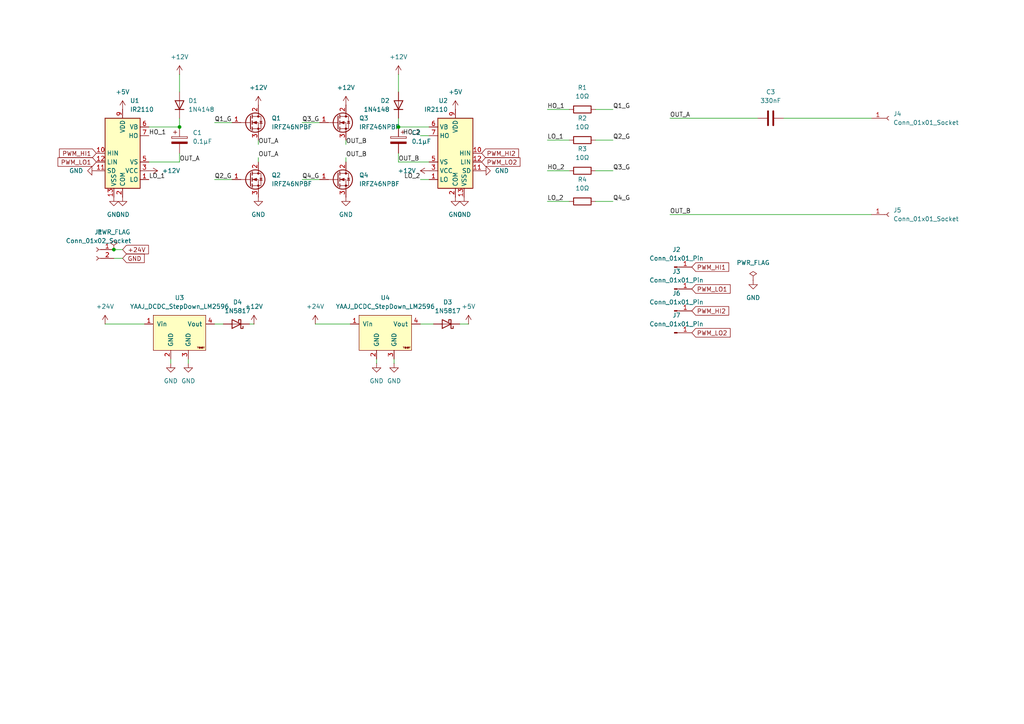
<source format=kicad_sch>
(kicad_sch (version 20250114) (generator "eeschema") (generator_version "9.0")
  (paper "A4")
  (lib_symbols
    (symbol "Connector:Conn_01x01_Pin" (pin_names (offset 1.016) (hide yes))
      (property "Reference" "J" (at 0 2.54 0))
      (property "Value" "Conn_01x01_Pin" (at 0 -2.54 0))
      (symbol "Conn_01x01_Pin_1_1"
        (rectangle (start 0.8636 0.127) (end 0 -0.127) (stroke (width 0.1524)) (fill (type outline)))
        (polyline (pts (xy 1.27 0) (xy 0.8636 0)) (stroke (width 0.1524)))
        (pin passive line (at 5.08 0 180) (length 3.81) (name "Pin_1") (number "1"))
      )
    )
    (symbol "Connector:Conn_01x01_Socket" (pin_names (offset 1.016) (hide yes))
      (property "Reference" "J" (at 0 2.54 0))
      (property "Value" "Conn_01x01_Socket" (at 0 -2.54 0))
      (symbol "Conn_01x01_Socket_1_1"
        (polyline (pts (xy -1.27 0) (xy -0.508 0)) (stroke (width 0.1524)))
        (arc (start 0 -0.508) (mid -0.5058 0) (end 0 0.508) (stroke (width 0.1524)))
        (pin passive line (at -5.08 0 0) (length 3.81) (name "Pin_1") (number "1"))
      )
    )
    (symbol "Connector:Conn_01x02_Socket" (pin_names (offset 1.016) (hide yes))
      (property "Reference" "J" (at 0 2.54 0))
      (property "Value" "Conn_01x02_Socket" (at 0 -5.08 0))
      (symbol "Conn_01x02_Socket_1_1"
        (polyline (pts (xy -1.27 0) (xy -0.508 0)) (stroke (width 0.1524)))
        (polyline (pts (xy -1.27 -2.54) (xy -0.508 -2.54)) (stroke (width 0.1524)))
        (arc (start 0 -0.508) (mid -0.5058 0) (end 0 0.508) (stroke (width 0.1524)))
        (arc (start 0 -3.048) (mid -0.5058 -2.54) (end 0 -2.032) (stroke (width 0.1524)))
        (pin passive line (at -5.08 0 0) (length 3.81) (name "Pin_1") (number "1"))
        (pin passive line (at -5.08 -2.54 0) (length 3.81) (name "Pin_2") (number "2"))
      )
    )
    (symbol "Device:C" (pin_numbers (hide yes)) (pin_names (offset 0.254))
      (property "Reference" "C" (at 0.635 2.54 0))
      (property "Value" "C" (at 0.635 -2.54 0))
      (symbol "C_0_1"
        (polyline (pts (xy -2.032 0.762) (xy 2.032 0.762)) (stroke (width 0.508)))
        (polyline (pts (xy -2.032 -0.762) (xy 2.032 -0.762)) (stroke (width 0.508)))
      )
      (symbol "C_1_1"
        (pin passive line (at 0 3.81 270) (length 2.794) (name "~") (number "1"))
        (pin passive line (at 0 -3.81 90) (length 2.794) (name "~") (number "2"))
      )
    )
    (symbol "Device:C_Polarized" (pin_numbers (hide yes)) (pin_names (offset 0.254))
      (property "Reference" "C" (at 0.635 2.54 0))
      (property "Value" "C_Polarized" (at 0.635 -2.54 0))
      (symbol "C_Polarized_0_1"
        (rectangle (start -2.286 0.508) (end 2.286 1.016))
        (polyline (pts (xy -1.778 2.286) (xy -0.762 2.286)))
        (polyline (pts (xy -1.27 2.794) (xy -1.27 1.778)))
        (rectangle (start 2.286 -0.508) (end -2.286 -1.016) (fill (type outline)))
      )
      (symbol "C_Polarized_1_1"
        (pin passive line (at 0 3.81 270) (length 2.794) (name "~") (number "1"))
        (pin passive line (at 0 -3.81 90) (length 2.794) (name "~") (number "2"))
      )
    )
    (symbol "Device:R" (pin_numbers (hide yes)) (pin_names (offset 0))
      (property "Reference" "R" (at 2.032 0 90))
      (property "Value" "R" (at 0 0 90))
      (symbol "R_0_1"
        (rectangle (start -1.016 -2.54) (end 1.016 2.54) (stroke (width 0.254)))
      )
      (symbol "R_1_1"
        (pin passive line (at 0 3.81 270) (length 1.27) (name "~") (number "1"))
        (pin passive line (at 0 -3.81 90) (length 1.27) (name "~") (number "2"))
      )
    )
    (symbol "Diode:1N4148" (pin_numbers (hide yes)) (pin_names (hide yes))
      (property "Reference" "D" (at 0 2.54 0))
      (property "Value" "1N4148" (at 0 -2.54 0))
      (symbol "1N4148_0_1"
        (polyline (pts (xy -1.27 1.27) (xy -1.27 -1.27)) (stroke (width 0.254)))
        (polyline (pts (xy 1.27 1.27) (xy 1.27 -1.27) (xy -1.27 0) (xy 1.27 1.27)) (stroke (width 0.254)))
        (polyline (pts (xy 1.27 0) (xy -1.27 0)))
      )
      (symbol "1N4148_1_1"
        (pin passive line (at -3.81 0 0) (length 2.54) (name "K") (number "1"))
        (pin passive line (at 3.81 0 180) (length 2.54) (name "A") (number "2"))
      )
    )
    (symbol "Diode:1N5817" (pin_numbers (hide yes)) (pin_names (offset 1.016) (hide yes))
      (property "Reference" "D" (at 0 2.54 0))
      (property "Value" "1N5817" (at 0 -2.54 0))
      (symbol "1N5817_0_1"
        (polyline (pts (xy -1.905 0.635) (xy -1.905 1.27) (xy -1.27 1.27) (xy -1.27 -1.27) (xy -0.635 -1.27) (xy -0.635 -0.635)) (stroke (width 0.254)))
        (polyline (pts (xy 1.27 1.27) (xy 1.27 -1.27) (xy -1.27 0) (xy 1.27 1.27)) (stroke (width 0.254)))
        (polyline (pts (xy 1.27 0) (xy -1.27 0)))
      )
      (symbol "1N5817_1_1"
        (pin passive line (at -3.81 0 0) (length 2.54) (name "K") (number "1"))
        (pin passive line (at 3.81 0 180) (length 2.54) (name "A") (number "2"))
      )
    )
    (symbol "Driver_FET:IR2110"
      (property "Reference" "U" (at 1.27 13.335 0))
      (property "Value" "IR2110" (at 1.27 11.43 0))
      (symbol "IR2110_0_1"
        (rectangle (start -5.08 -10.16) (end 5.08 10.16) (stroke (width 0.254)) (fill (type background)))
      )
      (symbol "IR2110_1_1"
        (pin input line (at -7.62 0 0) (length 2.54) (name "HIN") (number "10"))
        (pin input line (at -7.62 -2.54 0) (length 2.54) (name "LIN") (number "12"))
        (pin input line (at -7.62 -5.08 0) (length 2.54) (name "SD") (number "11"))
        (pin no_connect line (at -5.08 7.62 0) (length 2.54) (hide yes) (name "NC") (number "4"))
        (pin no_connect line (at -5.08 5.08 0) (length 2.54) (hide yes) (name "NC") (number "8"))
        (pin no_connect line (at -5.08 2.54 0) (length 2.54) (hide yes) (name "NC") (number "14"))
        (pin power_in line (at -2.54 -12.7 90) (length 2.54) (name "VSS") (number "13"))
        (pin power_in line (at 0 12.7 270) (length 2.54) (name "VDD") (number "9"))
        (pin power_in line (at 0 -12.7 90) (length 2.54) (name "COM") (number "2"))
        (pin passive line (at 7.62 7.62 180) (length 2.54) (name "VB") (number "6"))
        (pin output line (at 7.62 5.08 180) (length 2.54) (name "HO") (number "7"))
        (pin passive line (at 7.62 -2.54 180) (length 2.54) (name "VS") (number "5"))
        (pin power_in line (at 7.62 -5.08 180) (length 2.54) (name "VCC") (number "3"))
        (pin output line (at 7.62 -7.62 180) (length 2.54) (name "LO") (number "1"))
      )
    )
    (symbol "LM2596S-Module:YAAJ_DCDC_StepDown_LM2596" (pin_names (offset 1.016))
      (property "Reference" "U" (at -5.08 6.35 0))
      (property "Value" "YAAJ_DCDC_StepDown_LM2596" (at 0 11.43 0))
      (symbol "YAAJ_DCDC_StepDown_LM2596_0_1"
        (rectangle (start -7.62 5.08) (end 7.62 -5.08) (fill (type background)))
      )
      (symbol "YAAJ_DCDC_StepDown_LM2596_1_1"
        (text "Y@@V" (at 6.1976 -4.2672 0) (effects (font (size 0.508 0.508))))
        (pin power_in line (at -10.16 2.54 0) (length 2.54) (name "Vin") (number "1"))
        (pin power_in line (at -2.54 -7.62 90) (length 2.54) (name "GND") (number "2"))
        (pin power_in line (at 2.54 -7.62 90) (length 2.54) (name "GND") (number "3"))
        (pin power_out line (at 10.16 2.54 180) (length 2.54) (name "Vout") (number "4"))
      )
    )
    (symbol "Transistor_FET:Q_NMOS_GDS" (pin_names (offset 0) (hide yes))
      (property "Reference" "Q" (at 5.08 1.905 0))
      (property "Value" "Q_NMOS_GDS" (at 5.08 0 0))
      (symbol "Q_NMOS_GDS_0_1"
        (polyline (pts (xy 0.254 1.905) (xy 0.254 -1.905)) (stroke (width 0.254)))
        (polyline (pts (xy 0.254 0) (xy -2.54 0)))
        (polyline (pts (xy 0.762 2.286) (xy 0.762 1.27)) (stroke (width 0.254)))
        (polyline (pts (xy 0.762 0.508) (xy 0.762 -0.508)) (stroke (width 0.254)))
        (polyline (pts (xy 0.762 -1.27) (xy 0.762 -2.286)) (stroke (width 0.254)))
        (polyline (pts (xy 0.762 -1.778) (xy 3.302 -1.778) (xy 3.302 1.778) (xy 0.762 1.778)))
        (polyline (pts (xy 1.016 0) (xy 2.032 0.381) (xy 2.032 -0.381) (xy 1.016 0)) (fill (type outline)))
        (circle (center 1.651 0) (radius 2.794) (stroke (width 0.254)))
        (polyline (pts (xy 2.54 2.54) (xy 2.54 1.778)))
        (circle (center 2.54 1.778) (radius 0.254) (fill (type outline)))
        (circle (center 2.54 -1.778) (radius 0.254) (fill (type outline)))
        (polyline (pts (xy 2.54 -2.54) (xy 2.54 0) (xy 0.762 0)))
        (polyline (pts (xy 2.921 0.381) (xy 3.683 0.381)))
        (polyline (pts (xy 3.302 0.381) (xy 2.921 -0.254) (xy 3.683 -0.254) (xy 3.302 0.381)))
      )
      (symbol "Q_NMOS_GDS_1_1"
        (pin input line (at -5.08 0 0) (length 2.54) (name "G") (number "1"))
        (pin passive line (at 2.54 5.08 270) (length 2.54) (name "D") (number "2"))
        (pin passive line (at 2.54 -5.08 90) (length 2.54) (name "S") (number "3"))
      )
    )
    (symbol "power:+12V" (power) (pin_numbers (hide yes)) (pin_names (offset 0) (hide yes))
      (property "Value" "+12V" (at 0 3.556 0))
      (symbol "+12V_0_1"
        (polyline (pts (xy -0.762 1.27) (xy 0 2.54)))
        (polyline (pts (xy 0 2.54) (xy 0.762 1.27)))
        (polyline (pts (xy 0 0) (xy 0 2.54)))
      )
      (symbol "+12V_1_1"
        (pin power_in line (at 0 0 90) (length 0) (name "~") (number "1"))
      )
    )
    (symbol "power:+24V" (power) (pin_numbers (hide yes)) (pin_names (offset 0) (hide yes))
      (property "Value" "+24V" (at 0 3.556 0))
      (symbol "+24V_0_1"
        (polyline (pts (xy -0.762 1.27) (xy 0 2.54)))
        (polyline (pts (xy 0 2.54) (xy 0.762 1.27)))
        (polyline (pts (xy 0 0) (xy 0 2.54)))
      )
      (symbol "+24V_1_1"
        (pin power_in line (at 0 0 90) (length 0) (name "~") (number "1"))
      )
    )
    (symbol "power:+5V" (power) (pin_numbers (hide yes)) (pin_names (offset 0) (hide yes))
      (property "Value" "+5V" (at 0 3.556 0))
      (symbol "+5V_0_1"
        (polyline (pts (xy -0.762 1.27) (xy 0 2.54)))
        (polyline (pts (xy 0 2.54) (xy 0.762 1.27)))
        (polyline (pts (xy 0 0) (xy 0 2.54)))
      )
      (symbol "+5V_1_1"
        (pin power_in line (at 0 0 90) (length 0) (name "~") (number "1"))
      )
    )
    (symbol "power:GND" (power) (pin_numbers (hide yes)) (pin_names (offset 0) (hide yes))
      (property "Value" "GND" (at 0 -3.81 0))
      (symbol "GND_0_1"
        (polyline (pts (xy 0 0) (xy 0 -1.27) (xy 1.27 -1.27) (xy 0 -2.54) (xy -1.27 -1.27) (xy 0 -1.27)))
      )
      (symbol "GND_1_1"
        (pin power_in line (at 0 0 270) (length 0) (name "~") (number "1"))
      )
    )
    (symbol "power:PWR_FLAG" (power) (pin_numbers (hide yes)) (pin_names (offset 0) (hide yes))
      (property "Value" "PWR_FLAG" (at 0 3.81 0))
      (symbol "PWR_FLAG_0_0"
        (pin power_out line (at 0 0 90) (length 0) (name "~") (number "1"))
      )
      (symbol "PWR_FLAG_0_1"
        (polyline (pts (xy 0 0) (xy 0 1.27) (xy -1.016 1.905) (xy 0 2.54) (xy 1.016 1.905) (xy 0 1.27)))
      )
    )
  )
  (junction (at 52.07 36.83))
  (junction (at 33.02 72.39))
  (junction (at 115.57 36.83))
  (wire (pts (xy 158.75 31.75) (xy 165.1 31.75)))
  (wire (pts (xy 124.46 36.83) (xy 115.57 36.83)))
  (wire (pts (xy 87.63 52.07) (xy 92.71 52.07)))
  (wire (pts (xy 124.46 46.99) (xy 115.57 46.99)))
  (wire (pts (xy 194.31 62.23) (xy 252.73 62.23)))
  (wire (pts (xy 158.75 58.42) (xy 165.1 58.42)))
  (wire (pts (xy 114.3 104.14) (xy 114.3 105.41)))
  (wire (pts (xy 227.33 34.29) (xy 252.73 34.29)))
  (wire (pts (xy 33.02 74.93) (xy 35.56 74.93)))
  (wire (pts (xy 121.92 93.98) (xy 125.73 93.98)))
  (wire (pts (xy 62.23 52.07) (xy 67.31 52.07)))
  (wire (pts (xy 172.72 49.53) (xy 177.8 49.53)))
  (wire (pts (xy 74.93 41.91) (xy 74.93 40.64)))
  (wire (pts (xy 100.33 41.91) (xy 100.33 40.64)))
  (wire (pts (xy 52.07 34.29) (xy 52.07 36.83)))
  (wire (pts (xy 64.77 93.98) (xy 62.23 93.98)))
  (wire (pts (xy 91.44 93.98) (xy 101.6 93.98)))
  (wire (pts (xy 158.75 40.64) (xy 165.1 40.64)))
  (wire (pts (xy 172.72 31.75) (xy 177.8 31.75)))
  (wire (pts (xy 54.61 104.14) (xy 54.61 105.41)))
  (wire (pts (xy 52.07 21.59) (xy 52.07 26.67)))
  (wire (pts (xy 100.33 45.72) (xy 100.33 46.99)))
  (wire (pts (xy 43.18 46.99) (xy 52.07 46.99)))
  (wire (pts (xy 124.46 52.07) (xy 121.92 52.07)))
  (wire (pts (xy 52.07 46.99) (xy 52.07 44.45)))
  (wire (pts (xy 158.75 49.53) (xy 165.1 49.53)))
  (wire (pts (xy 194.31 34.29) (xy 219.71 34.29)))
  (wire (pts (xy 33.02 72.39) (xy 35.56 72.39)))
  (wire (pts (xy 115.57 21.59) (xy 115.57 26.67)))
  (wire (pts (xy 49.53 104.14) (xy 49.53 105.41)))
  (wire (pts (xy 72.39 93.98) (xy 73.66 93.98)))
  (wire (pts (xy 87.63 35.56) (xy 92.71 35.56)))
  (wire (pts (xy 133.35 93.98) (xy 135.89 93.98)))
  (wire (pts (xy 172.72 40.64) (xy 177.8 40.64)))
  (wire (pts (xy 74.93 45.72) (xy 74.93 46.99)))
  (wire (pts (xy 30.48 93.98) (xy 41.91 93.98)))
  (wire (pts (xy 115.57 44.45) (xy 115.57 46.99)))
  (wire (pts (xy 109.22 104.14) (xy 109.22 105.41)))
  (wire (pts (xy 124.46 39.37) (xy 121.92 39.37)))
  (wire (pts (xy 43.18 36.83) (xy 52.07 36.83)))
  (wire (pts (xy 62.23 35.56) (xy 67.31 35.56)))
  (wire (pts (xy 172.72 58.42) (xy 177.8 58.42)))
  (wire (pts (xy 115.57 34.29) (xy 115.57 36.83)))
  (label "LO_1" (at 43.18 52.07 0))
  (label "OUT_B" (at 194.31 62.23 0))
  (label "Q4_G" (at 177.8 58.42 0))
  (label "OUT_A" (at 74.93 45.72 0))
  (label "LO_2" (at 158.75 58.42 0))
  (label "HO_1" (at 158.75 31.75 0))
  (label "Q3_G" (at 177.8 49.53 0))
  (label "Q2_G" (at 177.8 40.64 0))
  (label "OUT_A" (at 52.07 46.99 0))
  (label "LO_2" (at 121.92 52.07 180))
  (label "OUT_A" (at 74.93 41.91 0))
  (label "Q1_G" (at 62.23 35.56 0))
  (label "OUT_B" (at 100.33 41.91 0))
  (label "Q2_G" (at 62.23 52.07 0))
  (label "OUT_B" (at 115.57 46.99 0))
  (label "HO_2" (at 121.92 39.37 180))
  (label "OUT_B" (at 100.33 45.72 0))
  (label "Q3_G" (at 87.63 35.56 0))
  (label "Q1_G" (at 177.8 31.75 0))
  (label "LO_1" (at 158.75 40.64 0))
  (label "HO_2" (at 158.75 49.53 0))
  (label "HO_1" (at 43.18 39.37 0))
  (label "Q4_G" (at 87.63 52.07 0))
  (label "OUT_A" (at 194.31 34.29 0))
  (global_label "PWM_HI1" (shape input) (at 200.66 77.47 0) (property "Intersheetrefs" "${INTERSHEET_REFS}" (effects (hide yes))))
  (global_label "PWM_HI1" (shape input) (at 27.94 44.45 180) (property "Intersheetrefs" "${INTERSHEET_REFS}" (effects (hide yes))))
  (global_label "PWM_LO1" (shape input) (at 200.66 83.82 0) (property "Intersheetrefs" "${INTERSHEET_REFS}" (effects (hide yes))))
  (global_label "PWM_HI2" (shape input) (at 139.7 44.45 0) (property "Intersheetrefs" "${INTERSHEET_REFS}" (effects (hide yes))))
  (global_label "PWM_LO2" (shape input) (at 139.7 46.99 0) (property "Intersheetrefs" "${INTERSHEET_REFS}" (effects (hide yes))))
  (global_label "PWM_HI2" (shape input) (at 200.66 90.17 0) (property "Intersheetrefs" "${INTERSHEET_REFS}" (effects (hide yes))))
  (global_label "PWM_LO2" (shape input) (at 200.66 96.52 0) (property "Intersheetrefs" "${INTERSHEET_REFS}" (effects (hide yes))))
  (global_label "PWM_LO1" (shape input) (at 27.94 46.99 180) (property "Intersheetrefs" "${INTERSHEET_REFS}" (effects (hide yes))))
  (global_label "+24V" (shape input) (at 35.56 72.39 0) (property "Intersheetrefs" "${INTERSHEET_REFS}" (effects (hide yes))))
  (global_label "GND" (shape input) (at 35.56 74.93 0) (property "Intersheetrefs" "${INTERSHEET_REFS}" (effects (hide yes))))
  (symbol (lib_id "Diode:1N4148") (at 52.07 30.48 90) (unit 1)
    (property "Reference" "D1" (at 54.61 29.2099 90) (effects (justify right)))
    (property "Value" "1N4148" (at 54.61 31.7499 90) (effects (justify right)))
    (property "Footprint" "Diode_THT:D_DO-35_SOD27_P7.62mm_Horizontal" (effects (hide yes)))
    (property "Datasheet" "https://assets.nexperia.com/documents/data-sheet/1N4148_1N4448.pdf" (effects (hide yes)))
    (property "Description" "100V 0.15A standard switching diode, DO-35" (effects (hide yes)))
    (property "Sim.Device" "D" (effects (hide yes)))
    (property "Sim.Pins" "1=K 2=A" (effects (hide yes)))
  )
  (symbol (lib_id "Connector:Conn_01x01_Pin") (at 195.58 77.47 0) (unit 1)
    (property "Reference" "J2" (at 196.215 72.39 0))
    (property "Value" "Conn_01x01_Pin" (at 196.215 74.93 0))
    (property "Footprint" "Connector_PinHeader_2.54mm:PinHeader_1x01_P2.54mm_Vertical" (effects (hide yes)))
    (property "Description" "Generic connector, single row, 01x01, script generated" (effects (hide yes)))
  )
  (symbol (lib_id "power:+12V") (at 100.33 30.48 0) (unit 1)
    (property "Reference" "#PWR03" (effects (hide yes)))
    (property "Value" "+12V" (at 100.33 25.4 0))
    (property "Description" "Power symbol creates a global label with name \"+12V\"" (effects (hide yes)))
  )
  (symbol (lib_id "power:GND") (at 114.3 105.41 0) (unit 1)
    (property "Reference" "#PWR034" (effects (hide yes)))
    (property "Value" "GND" (at 114.3 110.49 0))
    (property "Description" "Power symbol creates a global label with name \"GND\" , ground" (effects (hide yes)))
  )
  (symbol (lib_id "Driver_FET:IR2110") (at 35.56 44.45 0) (unit 1)
    (property "Reference" "U1" (at 37.7033 29.21 0) (effects (justify left)))
    (property "Value" "IR2110" (at 37.7033 31.75 0) (effects (justify left)))
    (property "Footprint" "Package_DIP:DIP-14_W7.62mm" (effects (hide yes)))
    (property "Datasheet" "https://www.infineon.com/dgdl/ir2110.pdf?fileId=5546d462533600a4015355c80333167e" (effects (hide yes)))
    (property "Description" "High and Low Side Driver, 500V, 2.0/2.0A, PDIP-14" (effects (hide yes)))
  )
  (symbol (lib_id "Driver_FET:IR2110") (at 132.08 44.45 0) (mirror y) (unit 1)
    (property "Reference" "U2" (at 129.9367 29.21 0) (effects (justify left)))
    (property "Value" "IR2110" (at 129.9367 31.75 0) (effects (justify left)))
    (property "Footprint" "Package_DIP:DIP-14_W7.62mm" (effects (hide yes)))
    (property "Datasheet" "https://www.infineon.com/dgdl/ir2110.pdf?fileId=5546d462533600a4015355c80333167e" (effects (hide yes)))
    (property "Description" "High and Low Side Driver, 500V, 2.0/2.0A, PDIP-14" (effects (hide yes)))
  )
  (symbol (lib_id "LM2596S-Module:YAAJ_DCDC_StepDown_LM2596") (at 52.07 96.52 0) (unit 1)
    (property "Reference" "U3" (at 52.07 86.36 0))
    (property "Value" "YAAJ_DCDC_StepDown_LM2596" (at 52.07 88.9 0))
    (property "Footprint" "LM2596S-Module:YAAJ_DCDC_StepDown_LM2596" (effects (hide yes)))
    (property "Description" "module : adjustable step down module 3.2V-40V to 1.25V-35V 3A" (effects (hide yes)))
  )
  (symbol (lib_id "Connector:Conn_01x01_Socket") (at 257.81 62.23 0) (unit 1)
    (property "Reference" "J5" (at 259.08 60.9599 0) (effects (justify left)))
    (property "Value" "Conn_01x01_Socket" (at 259.08 63.4999 0) (effects (justify left)))
    (property "Footprint" "Connector_PinHeader_2.54mm:PinHeader_1x01_P2.54mm_Vertical" (effects (hide yes)))
    (property "Description" "Generic connector, single row, 01x01, script generated" (effects (hide yes)))
  )
  (symbol (lib_id "Connector:Conn_01x01_Pin") (at 195.58 96.52 0) (unit 1)
    (property "Reference" "J7" (at 196.215 91.44 0))
    (property "Value" "Conn_01x01_Pin" (at 196.215 93.98 0))
    (property "Footprint" "Connector_PinHeader_2.54mm:PinHeader_1x01_P2.54mm_Vertical" (effects (hide yes)))
    (property "Description" "Generic connector, single row, 01x01, script generated" (effects (hide yes)))
  )
  (symbol (lib_id "power:+12V") (at 124.46 49.53 90) (mirror x) (unit 1)
    (property "Reference" "#PWR013" (effects (hide yes)))
    (property "Value" "+12V" (at 120.65 49.5299 90) (effects (justify left)))
    (property "Description" "Power symbol creates a global label with name \"+12V\"" (effects (hide yes)))
  )
  (symbol (lib_id "Transistor_FET:Q_NMOS_GDS") (at 72.39 52.07 0) (unit 1)
    (property "Reference" "Q2" (at 78.74 50.7999 0) (effects (justify left)))
    (property "Value" "IRFZ46NPBF" (at 78.74 53.3399 0) (effects (justify left)))
    (property "Footprint" "Package_TO_SOT_THT:TO-220-3_Vertical" (effects (hide yes)))
    (property "Description" "N-MOSFET transistor, gate/drain/source" (effects (hide yes)))
  )
  (symbol (lib_id "power:+24V") (at 30.48 93.98 0) (unit 1)
    (property "Reference" "#PWR027" (effects (hide yes)))
    (property "Value" "+24V" (at 30.48 88.9 0))
    (property "Description" "Power symbol creates a global label with name \"+24V\"" (effects (hide yes)))
  )
  (symbol (lib_id "power:GND") (at 35.56 57.15 0) (unit 1)
    (property "Reference" "#PWR08" (effects (hide yes)))
    (property "Value" "GND" (at 35.56 62.23 0))
    (property "Description" "Power symbol creates a global label with name \"GND\" , ground" (effects (hide yes)))
  )
  (symbol (lib_id "power:GND") (at 109.22 105.41 0) (unit 1)
    (property "Reference" "#PWR033" (effects (hide yes)))
    (property "Value" "GND" (at 109.22 110.49 0))
    (property "Description" "Power symbol creates a global label with name \"GND\" , ground" (effects (hide yes)))
  )
  (symbol (lib_id "Device:C") (at 223.52 34.29 90) (unit 1)
    (property "Reference" "C3" (at 223.52 26.67 90))
    (property "Value" "330nF" (at 223.52 29.21 90))
    (property "Footprint" "Resistor_THT:R_Axial_DIN0207_L6.3mm_D2.5mm_P7.62mm_Horizontal" (effects (hide yes)))
    (property "Description" "Unpolarized capacitor" (effects (hide yes)))
  )
  (symbol (lib_id "Transistor_FET:Q_NMOS_GDS") (at 72.39 35.56 0) (unit 1)
    (property "Reference" "Q1" (at 78.74 34.2899 0) (effects (justify left)))
    (property "Value" "IRFZ46NPBF" (at 78.74 36.8299 0) (effects (justify left)))
    (property "Footprint" "Package_TO_SOT_THT:TO-220-3_Vertical" (effects (hide yes)))
    (property "Description" "N-MOSFET transistor, gate/drain/source" (effects (hide yes)))
  )
  (symbol (lib_id "power:GND") (at 132.08 57.15 0) (mirror y) (unit 1)
    (property "Reference" "#PWR011" (effects (hide yes)))
    (property "Value" "GND" (at 132.08 62.23 0))
    (property "Description" "Power symbol creates a global label with name \"GND\" , ground" (effects (hide yes)))
  )
  (symbol (lib_id "Connector:Conn_01x01_Pin") (at 195.58 90.17 0) (unit 1)
    (property "Reference" "J6" (at 196.215 85.09 0))
    (property "Value" "Conn_01x01_Pin" (at 196.215 87.63 0))
    (property "Footprint" "Connector_PinHeader_2.54mm:PinHeader_1x01_P2.54mm_Vertical" (effects (hide yes)))
    (property "Description" "Generic connector, single row, 01x01, script generated" (effects (hide yes)))
  )
  (symbol (lib_id "power:+5V") (at 132.08 31.75 0) (mirror y) (unit 1)
    (property "Reference" "#PWR012" (effects (hide yes)))
    (property "Value" "+5V" (at 132.08 26.67 0))
    (property "Description" "Power symbol creates a global label with name \"+5V\"" (effects (hide yes)))
  )
  (symbol (lib_id "Diode:1N4148") (at 115.57 30.48 270) (mirror x) (unit 1)
    (property "Reference" "D2" (at 113.03 29.2099 90) (effects (justify right)))
    (property "Value" "1N4148" (at 113.03 31.7499 90) (effects (justify right)))
    (property "Footprint" "Diode_THT:D_DO-35_SOD27_P7.62mm_Horizontal" (effects (hide yes)))
    (property "Datasheet" "https://assets.nexperia.com/documents/data-sheet/1N4148_1N4448.pdf" (effects (hide yes)))
    (property "Description" "100V 0.15A standard switching diode, DO-35" (effects (hide yes)))
    (property "Sim.Device" "D" (effects (hide yes)))
    (property "Sim.Pins" "1=K 2=A" (effects (hide yes)))
  )
  (symbol (lib_id "power:+12V") (at 115.57 21.59 0) (mirror y) (unit 1)
    (property "Reference" "#PWR017" (effects (hide yes)))
    (property "Value" "+12V" (at 115.57 16.51 0))
    (property "Description" "Power symbol creates a global label with name \"+12V\"" (effects (hide yes)))
  )
  (symbol (lib_id "power:GND") (at 49.53 105.41 0) (unit 1)
    (property "Reference" "#PWR031" (effects (hide yes)))
    (property "Value" "GND" (at 49.53 110.49 0))
    (property "Description" "Power symbol creates a global label with name \"GND\" , ground" (effects (hide yes)))
  )
  (symbol (lib_id "power:+5V") (at 35.56 31.75 0) (unit 1)
    (property "Reference" "#PWR06" (effects (hide yes)))
    (property "Value" "+5V" (at 35.56 26.67 0))
    (property "Description" "Power symbol creates a global label with name \"+5V\"" (effects (hide yes)))
  )
  (symbol (lib_id "Device:C_Polarized") (at 52.07 40.64 0) (unit 1)
    (property "Reference" "C1" (at 55.88 38.4809 0) (effects (justify left)))
    (property "Value" "0.1µF" (at 55.88 41.0209 0) (effects (justify left)))
    (property "Footprint" "Resistor_THT:R_Axial_DIN0207_L6.3mm_D2.5mm_P7.62mm_Horizontal" (effects (hide yes)))
    (property "Description" "Polarized capacitor" (effects (hide yes)))
  )
  (symbol (lib_id "power:GND") (at 33.02 57.15 0) (unit 1)
    (property "Reference" "#PWR014" (effects (hide yes)))
    (property "Value" "GND" (at 33.02 62.23 0))
    (property "Description" "Power symbol creates a global label with name \"GND\" , ground" (effects (hide yes)))
  )
  (symbol (lib_id "power:+12V") (at 52.07 21.59 0) (unit 1)
    (property "Reference" "#PWR016" (effects (hide yes)))
    (property "Value" "+12V" (at 52.07 16.51 0))
    (property "Description" "Power symbol creates a global label with name \"+12V\"" (effects (hide yes)))
  )
  (symbol (lib_id "Device:R") (at 168.91 49.53 90) (unit 1)
    (property "Reference" "R3" (at 168.91 43.18 90))
    (property "Value" "10Ω" (at 168.91 45.72 90))
    (property "Footprint" "Resistor_THT:R_Axial_DIN0207_L6.3mm_D2.5mm_P7.62mm_Horizontal" (effects (hide yes)))
    (property "Description" "Resistor" (effects (hide yes)))
  )
  (symbol (lib_id "power:GND") (at 218.44 81.28 0) (unit 1)
    (property "Reference" "#PWR02" (effects (hide yes)))
    (property "Value" "GND" (at 218.44 86.36 0))
    (property "Description" "Power symbol creates a global label with name \"GND\" , ground" (effects (hide yes)))
  )
  (symbol (lib_id "power:GND") (at 54.61 105.41 0) (unit 1)
    (property "Reference" "#PWR032" (effects (hide yes)))
    (property "Value" "GND" (at 54.61 110.49 0))
    (property "Description" "Power symbol creates a global label with name \"GND\" , ground" (effects (hide yes)))
  )
  (symbol (lib_id "power:+12V") (at 73.66 93.98 0) (unit 1)
    (property "Reference" "#PWR030" (effects (hide yes)))
    (property "Value" "+12V" (at 73.66 88.9 0))
    (property "Description" "Power symbol creates a global label with name \"+12V\"" (effects (hide yes)))
  )
  (symbol (lib_id "Device:R") (at 168.91 58.42 90) (unit 1)
    (property "Reference" "R4" (at 168.91 52.07 90))
    (property "Value" "10Ω" (at 168.91 54.61 90))
    (property "Footprint" "Resistor_THT:R_Axial_DIN0207_L6.3mm_D2.5mm_P7.62mm_Horizontal" (effects (hide yes)))
    (property "Description" "Resistor" (effects (hide yes)))
  )
  (symbol (lib_id "Transistor_FET:Q_NMOS_GDS") (at 97.79 52.07 0) (unit 1)
    (property "Reference" "Q4" (at 104.14 50.7999 0) (effects (justify left)))
    (property "Value" "IRFZ46NPBF" (at 104.14 53.3399 0) (effects (justify left)))
    (property "Footprint" "Package_TO_SOT_THT:TO-220-3_Vertical" (effects (hide yes)))
    (property "Description" "N-MOSFET transistor, gate/drain/source" (effects (hide yes)))
  )
  (symbol (lib_id "Diode:1N5817") (at 68.58 93.98 180) (unit 1)
    (property "Reference" "D4" (at 68.8975 87.63 0))
    (property "Value" "1N5817" (at 68.8975 90.17 0))
    (property "Footprint" "Diode_THT:D_DO-41_SOD81_P10.16mm_Horizontal" (effects (hide yes)))
    (property "Datasheet" "http://www.vishay.com/docs/88525/1n5817.pdf" (effects (hide yes)))
    (property "Description" "20V 1A Schottky Barrier Rectifier Diode, DO-41" (effects (hide yes)))
  )
  (symbol (lib_id "LM2596S-Module:YAAJ_DCDC_StepDown_LM2596") (at 111.76 96.52 0) (unit 1)
    (property "Reference" "U4" (at 111.76 86.36 0))
    (property "Value" "YAAJ_DCDC_StepDown_LM2596" (at 111.76 88.9 0))
    (property "Footprint" "LM2596S-Module:YAAJ_DCDC_StepDown_LM2596" (effects (hide yes)))
    (property "Description" "module : adjustable step down module 3.2V-40V to 1.25V-35V 3A" (effects (hide yes)))
  )
  (symbol (lib_id "power:GND") (at 27.94 49.53 270) (unit 1)
    (property "Reference" "#PWR09" (effects (hide yes)))
    (property "Value" "GND" (at 24.13 49.5299 90) (effects (justify right)))
    (property "Description" "Power symbol creates a global label with name \"GND\" , ground" (effects (hide yes)))
  )
  (symbol (lib_id "power:+12V") (at 43.18 49.53 270) (unit 1)
    (property "Reference" "#PWR07" (effects (hide yes)))
    (property "Value" "+12V" (at 46.99 49.5299 90) (effects (justify left)))
    (property "Description" "Power symbol creates a global label with name \"+12V\"" (effects (hide yes)))
  )
  (symbol (lib_id "Connector:Conn_01x01_Socket") (at 257.81 34.29 0) (unit 1)
    (property "Reference" "J4" (at 259.08 33.0199 0) (effects (justify left)))
    (property "Value" "Conn_01x01_Socket" (at 259.08 35.5599 0) (effects (justify left)))
    (property "Footprint" "Connector_PinHeader_2.54mm:PinHeader_1x01_P2.54mm_Vertical" (effects (hide yes)))
    (property "Description" "Generic connector, single row, 01x01, script generated" (effects (hide yes)))
  )
  (symbol (lib_id "power:GND") (at 100.33 57.15 0) (unit 1)
    (property "Reference" "#PWR05" (effects (hide yes)))
    (property "Value" "GND" (at 100.33 62.23 0))
    (property "Description" "Power symbol creates a global label with name \"GND\" , ground" (effects (hide yes)))
  )
  (symbol (lib_id "Transistor_FET:Q_NMOS_GDS") (at 97.79 35.56 0) (unit 1)
    (property "Reference" "Q3" (at 104.14 34.2899 0) (effects (justify left)))
    (property "Value" "IRFZ46NPBF" (at 104.14 36.8299 0) (effects (justify left)))
    (property "Footprint" "Package_TO_SOT_THT:TO-220-3_Vertical" (effects (hide yes)))
    (property "Description" "N-MOSFET transistor, gate/drain/source" (effects (hide yes)))
  )
  (symbol (lib_id "Device:R") (at 168.91 31.75 270) (unit 1)
    (property "Reference" "R1" (at 168.91 25.4 90))
    (property "Value" "10Ω" (at 168.91 27.94 90))
    (property "Footprint" "Resistor_THT:R_Axial_DIN0207_L6.3mm_D2.5mm_P7.62mm_Horizontal" (effects (hide yes)))
    (property "Description" "Resistor" (effects (hide yes)))
  )
  (symbol (lib_id "power:GND") (at 139.7 49.53 90) (mirror x) (unit 1)
    (property "Reference" "#PWR010" (effects (hide yes)))
    (property "Value" "GND" (at 143.51 49.5299 90) (effects (justify right)))
    (property "Description" "Power symbol creates a global label with name \"GND\" , ground" (effects (hide yes)))
  )
  (symbol (lib_id "Device:C_Polarized") (at 115.57 40.64 0) (mirror y) (unit 1)
    (property "Reference" "C2" (at 119.38 38.4809 0) (effects (justify right)))
    (property "Value" "0.1µF" (at 119.38 41.0209 0) (effects (justify right)))
    (property "Footprint" "Resistor_THT:R_Axial_DIN0207_L6.3mm_D2.5mm_P7.62mm_Horizontal" (effects (hide yes)))
    (property "Description" "Polarized capacitor" (effects (hide yes)))
  )
  (symbol (lib_id "power:+12V") (at 74.93 30.48 0) (unit 1)
    (property "Reference" "#PWR01" (effects (hide yes)))
    (property "Value" "+12V" (at 74.93 25.4 0))
    (property "Description" "Power symbol creates a global label with name \"+12V\"" (effects (hide yes)))
  )
  (symbol (lib_id "Diode:1N5817") (at 129.54 93.98 180) (unit 1)
    (property "Reference" "D3" (at 129.8575 87.63 0))
    (property "Value" "1N5817" (at 129.8575 90.17 0))
    (property "Footprint" "Diode_THT:D_DO-41_SOD81_P10.16mm_Horizontal" (effects (hide yes)))
    (property "Datasheet" "http://www.vishay.com/docs/88525/1n5817.pdf" (effects (hide yes)))
    (property "Description" "20V 1A Schottky Barrier Rectifier Diode, DO-41" (effects (hide yes)))
  )
  (symbol (lib_id "power:GND") (at 134.62 57.15 0) (unit 1)
    (property "Reference" "#PWR015" (effects (hide yes)))
    (property "Value" "GND" (at 134.62 62.23 0))
    (property "Description" "Power symbol creates a global label with name \"GND\" , ground" (effects (hide yes)))
  )
  (symbol (lib_id "power:+5V") (at 135.89 93.98 0) (unit 1)
    (property "Reference" "#PWR029" (effects (hide yes)))
    (property "Value" "+5V" (at 135.89 88.9 0))
    (property "Description" "Power symbol creates a global label with name \"+5V\"" (effects (hide yes)))
  )
  (symbol (lib_id "power:GND") (at 74.93 57.15 0) (unit 1)
    (property "Reference" "#PWR04" (effects (hide yes)))
    (property "Value" "GND" (at 74.93 62.23 0))
    (property "Description" "Power symbol creates a global label with name \"GND\" , ground" (effects (hide yes)))
  )
  (symbol (lib_id "power:PWR_FLAG") (at 33.02 72.39 0) (unit 1)
    (property "Reference" "#FLG01" (effects (hide yes)))
    (property "Value" "PWR_FLAG" (at 33.02 67.31 0))
    (property "Description" "Special symbol for telling ERC where power comes from" (effects (hide yes)))
  )
  (symbol (lib_id "Connector:Conn_01x02_Socket") (at 27.94 72.39 0) (mirror y) (unit 1)
    (property "Reference" "J1" (at 28.575 67.31 0))
    (property "Value" "Conn_01x02_Socket" (at 28.575 69.85 0))
    (property "Footprint" "Connector_PinHeader_2.54mm:PinHeader_1x02_P2.54mm_Vertical" (effects (hide yes)))
    (property "Description" "Generic connector, single row, 01x02, script generated" (effects (hide yes)))
  )
  (symbol (lib_id "power:PWR_FLAG") (at 218.44 81.28 0) (unit 1)
    (property "Reference" "#FLG02" (effects (hide yes)))
    (property "Value" "PWR_FLAG" (at 218.44 76.2 0))
    (property "Description" "Special symbol for telling ERC where power comes from" (effects (hide yes)))
  )
  (symbol (lib_id "Device:R") (at 168.91 40.64 90) (unit 1)
    (property "Reference" "R2" (at 168.91 34.29 90))
    (property "Value" "10Ω" (at 168.91 36.83 90))
    (property "Footprint" "Resistor_THT:R_Axial_DIN0207_L6.3mm_D2.5mm_P7.62mm_Horizontal" (effects (hide yes)))
    (property "Description" "Resistor" (effects (hide yes)))
  )
  (symbol (lib_id "Connector:Conn_01x01_Pin") (at 195.58 83.82 0) (unit 1)
    (property "Reference" "J3" (at 196.215 78.74 0))
    (property "Value" "Conn_01x01_Pin" (at 196.215 81.28 0))
    (property "Footprint" "Connector_PinHeader_2.54mm:PinHeader_1x01_P2.54mm_Vertical" (effects (hide yes)))
    (property "Description" "Generic connector, single row, 01x01, script generated" (effects (hide yes)))
  )
  (symbol (lib_id "power:+24V") (at 91.44 93.98 0) (unit 1)
    (property "Reference" "#PWR028" (effects (hide yes)))
    (property "Value" "+24V" (at 91.44 88.9 0))
    (property "Description" "Power symbol creates a global label with name \"+24V\"" (effects (hide yes)))
  )
)
</source>
